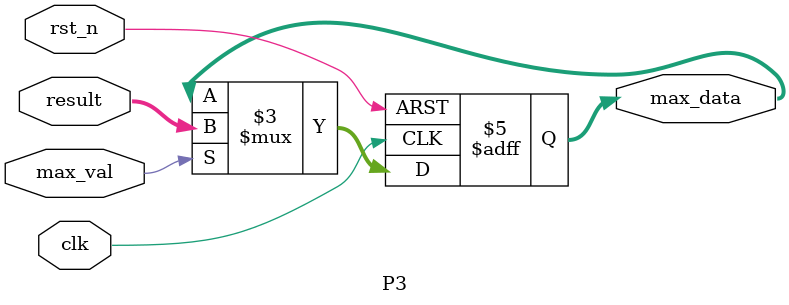
<source format=v>
module P3(clk, rst_n, max_val, result, max_data);

parameter data_width = 8;

input                        clk;
input                        rst_n;
input                        max_val;
input      [data_width-1:0]  result;
output reg [data_width- 1:0] max_data;

always @(posedge clk or negedge rst_n) 
begin
    if (~rst_n) max_data <= 8'b0;
    else if (max_val) max_data <= result; 
end
endmodule
</source>
